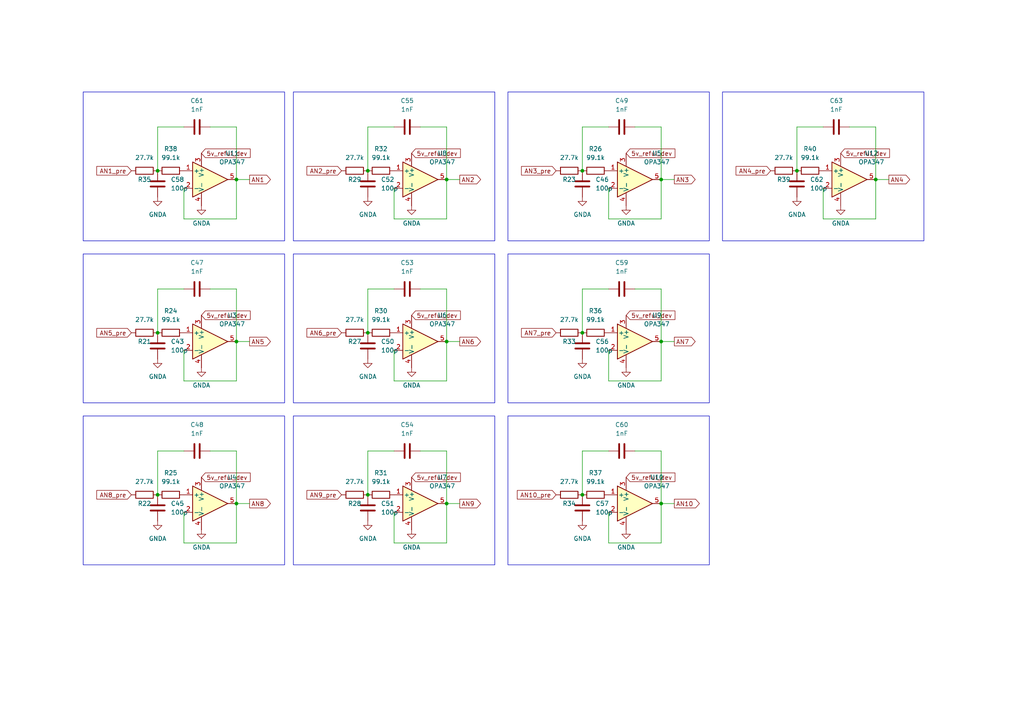
<source format=kicad_sch>
(kicad_sch (version 20230121) (generator eeschema)
  (paper "A4")
  (lib_symbols
    (symbol "Device:C" (pin_numbers hide) (pin_names (offset 0.254))
      (property "Reference" "C" (at 0.635 2.54 0))
      (property "Value" "C" (at 0.635 -2.54 0))
      (symbol "C_0_1"
        (polyline (pts (xy -2.032 -0.762) (xy 2.032 -0.762)) (stroke (width 0.508)))
        (polyline (pts (xy -2.032 0.762) (xy 2.032 0.762)) (stroke (width 0.508)))
      )
      (symbol "C_1_1"
        (pin passive line (at 0 3.81 270) (length 2.794) (name "~") (number "1"))
        (pin passive line (at 0 -3.81 90) (length 2.794) (name "~") (number "2"))
      )
    )
    (symbol "Device:R" (pin_numbers hide) (pin_names (offset 0))
      (property "Reference" "R" (at 2.032 0 90))
      (property "Value" "R" (at 0 0 90))
      (symbol "R_0_1"
        (rectangle (start -1.016 -2.54) (end 1.016 2.54) (stroke (width 0.254)))
      )
      (symbol "R_1_1"
        (pin passive line (at 0 3.81 270) (length 1.27) (name "~") (number "1"))
        (pin passive line (at 0 -3.81 90) (length 1.27) (name "~") (number "2"))
      )
    )
    (symbol "Simulation_SPICE:OPAMP" (pin_names (offset 0.254))
      (property "Reference" "U" (at 3.81 3.175 0))
      (property "Value" "${SIM.PARAMS}" (at 3.81 -3.175 0))
      (symbol "OPAMP_0_1"
        (polyline (pts (xy 5.08 0) (xy -5.08 5.08) (xy -5.08 -5.08) (xy 5.08 0)) (stroke (width 0.254)) (fill (type background)))
      )
      (symbol "OPAMP_1_1"
        (pin input line (at -7.62 2.54 0) (length 2.54) (name "+") (number "1"))
        (pin input line (at -7.62 -2.54 0) (length 2.54) (name "-") (number "2"))
        (pin power_in line (at -2.54 7.62 270) (length 3.81) (name "V+") (number "3"))
        (pin power_in line (at -2.54 -7.62 90) (length 3.81) (name "V-") (number "4"))
        (pin output line (at 7.62 0 180) (length 2.54) (name "~") (number "5"))
      )
    )
    (symbol "power:GNDA" (power) (pin_names (offset 0))
      (property "Value" "GNDA" (at 0 -3.81 0))
      (symbol "GNDA_0_1"
        (polyline (pts (xy 0 0) (xy 0 -1.27) (xy 1.27 -1.27) (xy 0 -2.54) (xy -1.27 -1.27) (xy 0 -1.27)))
      )
      (symbol "GNDA_1_1"
        (pin power_in line (at 0 0 270) (length 0) hide (name "GNDA") (number "1"))
      )
    )
  )
  (junction (at 168.91 96.52))
  (junction (at 231.14 49.53))
  (junction (at 106.68 96.52))
  (junction (at 68.58 99.06))
  (junction (at 191.77 146.05))
  (junction (at 45.72 49.53))
  (junction (at 191.77 52.07))
  (junction (at 106.68 49.53))
  (junction (at 129.54 146.05))
  (junction (at 129.54 52.07))
  (junction (at 168.91 143.51))
  (junction (at 129.54 99.06))
  (junction (at 45.72 96.52))
  (junction (at 168.91 49.53))
  (junction (at 45.72 143.51))
  (junction (at 191.77 99.06))
  (junction (at 106.68 143.51))
  (junction (at 68.58 146.05))
  (junction (at 254 52.07))
  (junction (at 68.58 52.07))
  (wire (pts (xy 53.34 63.5) (xy 68.58 63.5)))
  (wire (pts (xy 191.77 157.48) (xy 191.77 146.05)))
  (wire (pts (xy 68.58 36.83) (xy 68.58 52.07)))
  (wire (pts (xy 191.77 146.05) (xy 195.58 146.05)))
  (wire (pts (xy 121.92 83.82) (xy 129.54 83.82)))
  (wire (pts (xy 129.54 52.07) (xy 133.35 52.07)))
  (wire (pts (xy 114.3 157.48) (xy 129.54 157.48)))
  (wire (pts (xy 176.53 148.59) (xy 176.53 157.48)))
  (wire (pts (xy 68.58 63.5) (xy 68.58 52.07)))
  (wire (pts (xy 129.54 63.5) (xy 129.54 52.07)))
  (wire (pts (xy 106.68 83.82) (xy 106.68 96.52)))
  (wire (pts (xy 68.58 99.06) (xy 72.39 99.06)))
  (wire (pts (xy 53.34 148.59) (xy 53.34 157.48)))
  (wire (pts (xy 191.77 52.07) (xy 195.58 52.07)))
  (wire (pts (xy 254 63.5) (xy 254 52.07)))
  (wire (pts (xy 168.91 130.81) (xy 168.91 143.51)))
  (wire (pts (xy 176.53 130.81) (xy 168.91 130.81)))
  (wire (pts (xy 68.58 110.49) (xy 68.58 99.06)))
  (wire (pts (xy 176.53 101.6) (xy 176.53 110.49)))
  (wire (pts (xy 68.58 157.48) (xy 68.58 146.05)))
  (wire (pts (xy 114.3 36.83) (xy 106.68 36.83)))
  (wire (pts (xy 176.53 54.61) (xy 176.53 63.5)))
  (wire (pts (xy 68.58 83.82) (xy 68.58 99.06)))
  (wire (pts (xy 114.3 54.61) (xy 114.3 63.5)))
  (wire (pts (xy 68.58 130.81) (xy 68.58 146.05)))
  (wire (pts (xy 114.3 101.6) (xy 114.3 110.49)))
  (wire (pts (xy 129.54 130.81) (xy 129.54 146.05)))
  (wire (pts (xy 238.76 54.61) (xy 238.76 63.5)))
  (wire (pts (xy 176.53 157.48) (xy 191.77 157.48)))
  (wire (pts (xy 129.54 99.06) (xy 133.35 99.06)))
  (wire (pts (xy 114.3 130.81) (xy 106.68 130.81)))
  (wire (pts (xy 53.34 101.6) (xy 53.34 110.49)))
  (wire (pts (xy 68.58 146.05) (xy 72.39 146.05)))
  (wire (pts (xy 60.96 130.81) (xy 68.58 130.81)))
  (wire (pts (xy 129.54 83.82) (xy 129.54 99.06)))
  (wire (pts (xy 45.72 36.83) (xy 45.72 49.53)))
  (wire (pts (xy 168.91 83.82) (xy 168.91 96.52)))
  (wire (pts (xy 246.38 36.83) (xy 254 36.83)))
  (wire (pts (xy 191.77 83.82) (xy 191.77 99.06)))
  (wire (pts (xy 60.96 36.83) (xy 68.58 36.83)))
  (wire (pts (xy 191.77 99.06) (xy 195.58 99.06)))
  (wire (pts (xy 114.3 148.59) (xy 114.3 157.48)))
  (wire (pts (xy 129.54 36.83) (xy 129.54 52.07)))
  (wire (pts (xy 231.14 36.83) (xy 231.14 49.53)))
  (wire (pts (xy 45.72 130.81) (xy 45.72 143.51)))
  (wire (pts (xy 184.15 36.83) (xy 191.77 36.83)))
  (wire (pts (xy 129.54 157.48) (xy 129.54 146.05)))
  (wire (pts (xy 184.15 83.82) (xy 191.77 83.82)))
  (wire (pts (xy 106.68 130.81) (xy 106.68 143.51)))
  (wire (pts (xy 106.68 36.83) (xy 106.68 49.53)))
  (wire (pts (xy 168.91 36.83) (xy 168.91 49.53)))
  (wire (pts (xy 129.54 110.49) (xy 129.54 99.06)))
  (wire (pts (xy 191.77 36.83) (xy 191.77 52.07)))
  (wire (pts (xy 53.34 157.48) (xy 68.58 157.48)))
  (wire (pts (xy 129.54 146.05) (xy 133.35 146.05)))
  (wire (pts (xy 254 52.07) (xy 257.81 52.07)))
  (wire (pts (xy 176.53 110.49) (xy 191.77 110.49)))
  (wire (pts (xy 191.77 130.81) (xy 191.77 146.05)))
  (wire (pts (xy 68.58 52.07) (xy 72.39 52.07)))
  (wire (pts (xy 176.53 63.5) (xy 191.77 63.5)))
  (wire (pts (xy 114.3 63.5) (xy 129.54 63.5)))
  (wire (pts (xy 238.76 63.5) (xy 254 63.5)))
  (wire (pts (xy 114.3 83.82) (xy 106.68 83.82)))
  (wire (pts (xy 184.15 130.81) (xy 191.77 130.81)))
  (wire (pts (xy 45.72 83.82) (xy 45.72 96.52)))
  (wire (pts (xy 191.77 63.5) (xy 191.77 52.07)))
  (wire (pts (xy 238.76 36.83) (xy 231.14 36.83)))
  (wire (pts (xy 176.53 36.83) (xy 168.91 36.83)))
  (wire (pts (xy 121.92 130.81) (xy 129.54 130.81)))
  (wire (pts (xy 191.77 110.49) (xy 191.77 99.06)))
  (wire (pts (xy 121.92 36.83) (xy 129.54 36.83)))
  (wire (pts (xy 60.96 83.82) (xy 68.58 83.82)))
  (wire (pts (xy 53.34 83.82) (xy 45.72 83.82)))
  (wire (pts (xy 53.34 130.81) (xy 45.72 130.81)))
  (wire (pts (xy 53.34 36.83) (xy 45.72 36.83)))
  (wire (pts (xy 53.34 110.49) (xy 68.58 110.49)))
  (wire (pts (xy 254 36.83) (xy 254 52.07)))
  (wire (pts (xy 53.34 54.61) (xy 53.34 63.5)))
  (wire (pts (xy 114.3 110.49) (xy 129.54 110.49)))
  (wire (pts (xy 176.53 83.82) (xy 168.91 83.82)))
  (rectangle (start 147.32 26.67) (end 205.74 69.85))
  (rectangle (start 24.13 120.65) (end 82.55 163.83))
  (rectangle (start 85.09 73.66) (end 143.51 116.84))
  (rectangle (start 147.32 120.65) (end 205.74 163.83))
  (rectangle (start 85.09 26.67) (end 143.51 69.85))
  (rectangle (start 147.32 73.66) (end 205.74 116.84))
  (rectangle (start 209.55 26.67) (end 267.97 69.85))
  (rectangle (start 24.13 73.66) (end 82.55 116.84))
  (rectangle (start 24.13 26.67) (end 82.55 69.85))
  (rectangle (start 85.09 120.65) (end 143.51 163.83))
  (global_label "AN1_pre" (shape input) (at 38.1 49.53 180) (property "Intersheetrefs" "${INTERSHEET_REFS}" (effects hide)))
  (global_label "AN4" (shape output) (at 257.81 52.07 0) (property "Intersheetrefs" "${INTERSHEET_REFS}" (effects hide)))
  (global_label "AN2_pre" (shape input) (at 99.06 49.53 180) (property "Intersheetrefs" "${INTERSHEET_REFS}" (effects hide)))
  (global_label "5v_reful_dev" (shape input) (at 58.42 91.44 0) (property "Intersheetrefs" "${INTERSHEET_REFS}" (effects hide)))
  (global_label "AN5_pre" (shape input) (at 38.1 96.52 180) (property "Intersheetrefs" "${INTERSHEET_REFS}" (effects hide)))
  (global_label "5v_reful_dev" (shape input) (at 119.38 44.45 0) (property "Intersheetrefs" "${INTERSHEET_REFS}" (effects hide)))
  (global_label "AN1" (shape output) (at 72.39 52.07 0) (property "Intersheetrefs" "${INTERSHEET_REFS}" (effects hide)))
  (global_label "AN3_pre" (shape input) (at 161.29 49.53 180) (property "Intersheetrefs" "${INTERSHEET_REFS}" (effects hide)))
  (global_label "AN7_pre" (shape input) (at 161.29 96.52 180) (property "Intersheetrefs" "${INTERSHEET_REFS}" (effects hide)))
  (global_label "5v_reful_dev" (shape input) (at 181.61 91.44 0) (property "Intersheetrefs" "${INTERSHEET_REFS}" (effects hide)))
  (global_label "AN7" (shape output) (at 195.58 99.06 0) (property "Intersheetrefs" "${INTERSHEET_REFS}" (effects hide)))
  (global_label "AN8" (shape output) (at 72.39 146.05 0) (property "Intersheetrefs" "${INTERSHEET_REFS}" (effects hide)))
  (global_label "AN6_pre" (shape input) (at 99.06 96.52 180) (property "Intersheetrefs" "${INTERSHEET_REFS}" (effects hide)))
  (global_label "AN6" (shape output) (at 133.35 99.06 0) (property "Intersheetrefs" "${INTERSHEET_REFS}" (effects hide)))
  (global_label "AN2" (shape output) (at 133.35 52.07 0) (property "Intersheetrefs" "${INTERSHEET_REFS}" (effects hide)))
  (global_label "AN10_pre" (shape input) (at 161.29 143.51 180) (property "Intersheetrefs" "${INTERSHEET_REFS}" (effects hide)))
  (global_label "5v_reful_dev" (shape input) (at 181.61 44.45 0) (property "Intersheetrefs" "${INTERSHEET_REFS}" (effects hide)))
  (global_label "AN4_pre" (shape input) (at 223.52 49.53 180) (property "Intersheetrefs" "${INTERSHEET_REFS}" (effects hide)))
  (global_label "AN8_pre" (shape input) (at 38.1 143.51 180) (property "Intersheetrefs" "${INTERSHEET_REFS}" (effects hide)))
  (global_label "AN3" (shape output) (at 195.58 52.07 0) (property "Intersheetrefs" "${INTERSHEET_REFS}" (effects hide)))
  (global_label "5v_reful_dev" (shape input) (at 58.42 138.43 0) (property "Intersheetrefs" "${INTERSHEET_REFS}" (effects hide)))
  (global_label "AN9_pre" (shape input) (at 99.06 143.51 180) (property "Intersheetrefs" "${INTERSHEET_REFS}" (effects hide)))
  (global_label "5v_reful_dev" (shape input) (at 119.38 91.44 0) (property "Intersheetrefs" "${INTERSHEET_REFS}" (effects hide)))
  (global_label "5v_reful_dev" (shape input) (at 181.61 138.43 0) (property "Intersheetrefs" "${INTERSHEET_REFS}" (effects hide)))
  (global_label "5v_reful_dev" (shape input) (at 243.84 44.45 0) (property "Intersheetrefs" "${INTERSHEET_REFS}" (effects hide)))
  (global_label "AN10" (shape output) (at 195.58 146.05 0) (property "Intersheetrefs" "${INTERSHEET_REFS}" (effects hide)))
  (global_label "5v_reful_dev" (shape input) (at 119.38 138.43 0) (property "Intersheetrefs" "${INTERSHEET_REFS}" (effects hide)))
  (global_label "5v_reful_dev" (shape input) (at 58.42 44.45 0) (property "Intersheetrefs" "${INTERSHEET_REFS}" (effects hide)))
  (global_label "AN9" (shape output) (at 133.35 146.05 0) (property "Intersheetrefs" "${INTERSHEET_REFS}" (effects hide)))
  (global_label "AN5" (shape output) (at 72.39 99.06 0) (property "Intersheetrefs" "${INTERSHEET_REFS}" (effects hide)))
  (symbol (lib_id "Simulation_SPICE:OPAMP") (at 184.15 146.05 0) (unit 1)
    (property "Reference" "U10" (at 190.5 138.43 0))
    (property "Value" "OPA347" (at 190.5 140.97 0))
    (property "Footprint" "Package_TO_SOT_SMD:SOT-23-5" (effects hide))
    (property "Sim.Pins" "1=in+ 2=in- 3=vcc 4=vee 5=out" (effects hide))
    (property "Sim.Device" "SUBCKT" (effects hide))
    (property "Sim.Library" "${KICAD7_SYMBOL_DIR}/Simulation_SPICE.sp" (effects hide))
    (property "Sim.Name" "kicad_builtin_opamp" (effects hide))
  )
  (symbol (lib_id "Device:R") (at 165.1 96.52 90) (unit 1)
    (property "Reference" "R33" (at 165.1 99.06 90))
    (property "Value" "27.7k" (at 165.1 92.71 90))
    (property "Footprint" "Resistor_SMD:R_0402_1005Metric" (effects hide))
  )
  (symbol (lib_id "power:GNDA") (at 243.84 59.69 0) (unit 1)
    (property "Reference" "#PWR090" (effects hide))
    (property "Value" "GNDA" (at 243.84 64.77 0))
  )
  (symbol (lib_id "power:GNDA") (at 119.38 106.68 0) (unit 1)
    (property "Reference" "#PWR080" (effects hide))
    (property "Value" "GNDA" (at 119.38 111.76 0))
  )
  (symbol (lib_id "power:GNDA") (at 106.68 151.13 0) (unit 1)
    (property "Reference" "#PWR078" (effects hide))
    (property "Value" "GNDA" (at 106.68 156.21 0))
  )
  (symbol (lib_id "Device:C") (at 168.91 147.32 0) (unit 1)
    (property "Reference" "C57" (at 172.72 146.05 0) (effects (justify left)))
    (property "Value" "100p" (at 172.72 148.59 0) (effects (justify left)))
    (property "Footprint" "Capacitor_SMD:C_0402_1005Metric" (effects hide))
  )
  (symbol (lib_id "Simulation_SPICE:OPAMP") (at 60.96 146.05 0) (unit 1)
    (property "Reference" "U4" (at 67.31 138.43 0))
    (property "Value" "OPA347" (at 67.31 140.97 0))
    (property "Footprint" "Package_TO_SOT_SMD:SOT-23-5" (effects hide))
    (property "Sim.Pins" "1=in+ 2=in- 3=vcc 4=vee 5=out" (effects hide))
    (property "Sim.Device" "SUBCKT" (effects hide))
    (property "Sim.Library" "${KICAD7_SYMBOL_DIR}/Simulation_SPICE.sp" (effects hide))
    (property "Sim.Name" "kicad_builtin_opamp" (effects hide))
  )
  (symbol (lib_id "power:GNDA") (at 168.91 104.14 0) (unit 1)
    (property "Reference" "#PWR083" (effects hide))
    (property "Value" "GNDA" (at 168.91 109.22 0))
  )
  (symbol (lib_id "Simulation_SPICE:OPAMP") (at 121.92 99.06 0) (unit 1)
    (property "Reference" "U6" (at 128.27 91.44 0))
    (property "Value" "OPA347" (at 128.27 93.98 0))
    (property "Footprint" "Package_TO_SOT_SMD:SOT-23-5" (effects hide))
    (property "Sim.Pins" "1=in+ 2=in- 3=vcc 4=vee 5=out" (effects hide))
    (property "Sim.Device" "SUBCKT" (effects hide))
    (property "Sim.Library" "${KICAD7_SYMBOL_DIR}/Simulation_SPICE.sp" (effects hide))
    (property "Sim.Name" "kicad_builtin_opamp" (effects hide))
  )
  (symbol (lib_id "Device:C") (at 106.68 53.34 0) (unit 1)
    (property "Reference" "C52" (at 110.49 52.07 0) (effects (justify left)))
    (property "Value" "100p" (at 110.49 54.61 0) (effects (justify left)))
    (property "Footprint" "Capacitor_SMD:C_0402_1005Metric" (effects hide))
  )
  (symbol (lib_id "power:GNDA") (at 119.38 153.67 0) (unit 1)
    (property "Reference" "#PWR081" (effects hide))
    (property "Value" "GNDA" (at 119.38 158.75 0))
  )
  (symbol (lib_id "Device:C") (at 180.34 36.83 90) (unit 1)
    (property "Reference" "C49" (at 180.34 29.21 90))
    (property "Value" "1nF" (at 180.34 31.75 90))
    (property "Footprint" "Capacitor_SMD:C_0402_1005Metric" (effects hide))
  )
  (symbol (lib_id "power:GNDA") (at 181.61 59.69 0) (unit 1)
    (property "Reference" "#PWR076" (effects hide))
    (property "Value" "GNDA" (at 181.61 64.77 0))
  )
  (symbol (lib_id "Device:R") (at 102.87 96.52 90) (unit 1)
    (property "Reference" "R27" (at 102.87 99.06 90))
    (property "Value" "27.7k" (at 102.87 92.71 90))
    (property "Footprint" "Resistor_SMD:R_0402_1005Metric" (effects hide))
  )
  (symbol (lib_id "Device:C") (at 118.11 36.83 90) (unit 1)
    (property "Reference" "C55" (at 118.11 29.21 90))
    (property "Value" "1nF" (at 118.11 31.75 90))
    (property "Footprint" "Capacitor_SMD:C_0402_1005Metric" (effects hide))
  )
  (symbol (lib_id "Device:C") (at 242.57 36.83 90) (unit 1)
    (property "Reference" "C63" (at 242.57 29.21 90))
    (property "Value" "1nF" (at 242.57 31.75 90))
    (property "Footprint" "Capacitor_SMD:C_0402_1005Metric" (effects hide))
  )
  (symbol (lib_id "power:GNDA") (at 181.61 106.68 0) (unit 1)
    (property "Reference" "#PWR086" (effects hide))
    (property "Value" "GNDA" (at 181.61 111.76 0))
  )
  (symbol (lib_id "Simulation_SPICE:OPAMP") (at 121.92 52.07 0) (unit 1)
    (property "Reference" "U8" (at 128.27 44.45 0))
    (property "Value" "OPA347" (at 128.27 46.99 0))
    (property "Footprint" "Package_TO_SOT_SMD:SOT-23-5" (effects hide))
    (property "Sim.Pins" "1=in+ 2=in- 3=vcc 4=vee 5=out" (effects hide))
    (property "Sim.Device" "SUBCKT" (effects hide))
    (property "Sim.Library" "${KICAD7_SYMBOL_DIR}/Simulation_SPICE.sp" (effects hide))
    (property "Sim.Name" "kicad_builtin_opamp" (effects hide))
  )
  (symbol (lib_id "Simulation_SPICE:OPAMP") (at 184.15 99.06 0) (unit 1)
    (property "Reference" "U9" (at 190.5 91.44 0))
    (property "Value" "OPA347" (at 190.5 93.98 0))
    (property "Footprint" "Package_TO_SOT_SMD:SOT-23-5" (effects hide))
    (property "Sim.Pins" "1=in+ 2=in- 3=vcc 4=vee 5=out" (effects hide))
    (property "Sim.Device" "SUBCKT" (effects hide))
    (property "Sim.Library" "${KICAD7_SYMBOL_DIR}/Simulation_SPICE.sp" (effects hide))
    (property "Sim.Name" "kicad_builtin_opamp" (effects hide))
  )
  (symbol (lib_id "Device:C") (at 45.72 53.34 0) (unit 1)
    (property "Reference" "C58" (at 49.53 52.07 0) (effects (justify left)))
    (property "Value" "100p" (at 49.53 54.61 0) (effects (justify left)))
    (property "Footprint" "Capacitor_SMD:C_0402_1005Metric" (effects hide))
  )
  (symbol (lib_id "Device:R") (at 172.72 96.52 90) (unit 1)
    (property "Reference" "R36" (at 172.72 90.17 90))
    (property "Value" "99.1k" (at 172.72 92.71 90))
    (property "Footprint" "Resistor_SMD:R_0402_1005Metric" (effects hide))
  )
  (symbol (lib_id "Device:C") (at 118.11 83.82 90) (unit 1)
    (property "Reference" "C53" (at 118.11 76.2 90))
    (property "Value" "1nF" (at 118.11 78.74 90))
    (property "Footprint" "Capacitor_SMD:C_0402_1005Metric" (effects hide))
  )
  (symbol (lib_id "Device:C") (at 57.15 83.82 90) (unit 1)
    (property "Reference" "C47" (at 57.15 76.2 90))
    (property "Value" "1nF" (at 57.15 78.74 90))
    (property "Footprint" "Capacitor_SMD:C_0402_1005Metric" (effects hide))
  )
  (symbol (lib_id "power:GNDA") (at 231.14 57.15 0) (unit 1)
    (property "Reference" "#PWR089" (effects hide))
    (property "Value" "GNDA" (at 231.14 62.23 0))
  )
  (symbol (lib_id "Device:C") (at 45.72 147.32 0) (unit 1)
    (property "Reference" "C45" (at 49.53 146.05 0) (effects (justify left)))
    (property "Value" "100p" (at 49.53 148.59 0) (effects (justify left)))
    (property "Footprint" "Capacitor_SMD:C_0402_1005Metric" (effects hide))
  )
  (symbol (lib_id "power:GNDA") (at 45.72 151.13 0) (unit 1)
    (property "Reference" "#PWR072" (effects hide))
    (property "Value" "GNDA" (at 45.72 156.21 0))
  )
  (symbol (lib_id "Simulation_SPICE:OPAMP") (at 121.92 146.05 0) (unit 1)
    (property "Reference" "U7" (at 128.27 138.43 0))
    (property "Value" "OPA347" (at 128.27 140.97 0))
    (property "Footprint" "Package_TO_SOT_SMD:SOT-23-5" (effects hide))
    (property "Sim.Pins" "1=in+ 2=in- 3=vcc 4=vee 5=out" (effects hide))
    (property "Sim.Device" "SUBCKT" (effects hide))
    (property "Sim.Library" "${KICAD7_SYMBOL_DIR}/Simulation_SPICE.sp" (effects hide))
    (property "Sim.Name" "kicad_builtin_opamp" (effects hide))
  )
  (symbol (lib_id "Simulation_SPICE:OPAMP") (at 60.96 52.07 0) (unit 1)
    (property "Reference" "U11" (at 67.31 44.45 0))
    (property "Value" "OPA347" (at 67.31 46.99 0))
    (property "Footprint" "Package_TO_SOT_SMD:SOT-23-5" (effects hide))
    (property "Sim.Pins" "1=in+ 2=in- 3=vcc 4=vee 5=out" (effects hide))
    (property "Sim.Device" "SUBCKT" (effects hide))
    (property "Sim.Library" "${KICAD7_SYMBOL_DIR}/Simulation_SPICE.sp" (effects hide))
    (property "Sim.Name" "kicad_builtin_opamp" (effects hide))
  )
  (symbol (lib_id "Device:R") (at 41.91 96.52 90) (unit 1)
    (property "Reference" "R21" (at 41.91 99.06 90))
    (property "Value" "27.7k" (at 41.91 92.71 90))
    (property "Footprint" "Resistor_SMD:R_0402_1005Metric" (effects hide))
  )
  (symbol (lib_id "power:GNDA") (at 58.42 153.67 0) (unit 1)
    (property "Reference" "#PWR075" (effects hide))
    (property "Value" "GNDA" (at 58.42 158.75 0))
  )
  (symbol (lib_id "Device:R") (at 165.1 49.53 90) (unit 1)
    (property "Reference" "R23" (at 165.1 52.07 90))
    (property "Value" "27.7k" (at 165.1 45.72 90))
    (property "Footprint" "Resistor_SMD:R_0402_1005Metric" (effects hide))
  )
  (symbol (lib_id "Device:C") (at 45.72 100.33 0) (unit 1)
    (property "Reference" "C43" (at 49.53 99.06 0) (effects (justify left)))
    (property "Value" "100p" (at 49.53 101.6 0) (effects (justify left)))
    (property "Footprint" "Capacitor_SMD:C_0402_1005Metric" (effects hide))
  )
  (symbol (lib_id "Device:R") (at 165.1 143.51 90) (unit 1)
    (property "Reference" "R34" (at 165.1 146.05 90))
    (property "Value" "27.7k" (at 165.1 139.7 90))
    (property "Footprint" "Resistor_SMD:R_0402_1005Metric" (effects hide))
  )
  (symbol (lib_id "Device:R") (at 110.49 96.52 90) (unit 1)
    (property "Reference" "R30" (at 110.49 90.17 90))
    (property "Value" "99.1k" (at 110.49 92.71 90))
    (property "Footprint" "Resistor_SMD:R_0402_1005Metric" (effects hide))
  )
  (symbol (lib_id "Device:R") (at 49.53 96.52 90) (unit 1)
    (property "Reference" "R24" (at 49.53 90.17 90))
    (property "Value" "99.1k" (at 49.53 92.71 90))
    (property "Footprint" "Resistor_SMD:R_0402_1005Metric" (effects hide))
  )
  (symbol (lib_id "Device:R") (at 234.95 49.53 90) (unit 1)
    (property "Reference" "R40" (at 234.95 43.18 90))
    (property "Value" "99.1k" (at 234.95 45.72 90))
    (property "Footprint" "Resistor_SMD:R_0402_1005Metric" (effects hide))
  )
  (symbol (lib_id "power:GNDA") (at 168.91 151.13 0) (unit 1)
    (property "Reference" "#PWR084" (effects hide))
    (property "Value" "GNDA" (at 168.91 156.21 0))
  )
  (symbol (lib_id "power:GNDA") (at 106.68 57.15 0) (unit 1)
    (property "Reference" "#PWR079" (effects hide))
    (property "Value" "GNDA" (at 106.68 62.23 0))
  )
  (symbol (lib_id "Device:R") (at 49.53 143.51 90) (unit 1)
    (property "Reference" "R25" (at 49.53 137.16 90))
    (property "Value" "99.1k" (at 49.53 139.7 90))
    (property "Footprint" "Resistor_SMD:R_0402_1005Metric" (effects hide))
  )
  (symbol (lib_id "power:GNDA") (at 58.42 106.68 0) (unit 1)
    (property "Reference" "#PWR074" (effects hide))
    (property "Value" "GNDA" (at 58.42 111.76 0))
  )
  (symbol (lib_id "power:GNDA") (at 181.61 153.67 0) (unit 1)
    (property "Reference" "#PWR087" (effects hide))
    (property "Value" "GNDA" (at 181.61 158.75 0))
  )
  (symbol (lib_id "Device:C") (at 168.91 53.34 0) (unit 1)
    (property "Reference" "C46" (at 172.72 52.07 0) (effects (justify left)))
    (property "Value" "100p" (at 172.72 54.61 0) (effects (justify left)))
    (property "Footprint" "Capacitor_SMD:C_0402_1005Metric" (effects hide))
  )
  (symbol (lib_id "Device:R") (at 49.53 49.53 90) (unit 1)
    (property "Reference" "R38" (at 49.53 43.18 90))
    (property "Value" "99.1k" (at 49.53 45.72 90))
    (property "Footprint" "Resistor_SMD:R_0402_1005Metric" (effects hide))
  )
  (symbol (lib_id "Device:R") (at 102.87 49.53 90) (unit 1)
    (property "Reference" "R29" (at 102.87 52.07 90))
    (property "Value" "27.7k" (at 102.87 45.72 90))
    (property "Footprint" "Resistor_SMD:R_0402_1005Metric" (effects hide))
  )
  (symbol (lib_id "Device:R") (at 102.87 143.51 90) (unit 1)
    (property "Reference" "R28" (at 102.87 146.05 90))
    (property "Value" "27.7k" (at 102.87 139.7 90))
    (property "Footprint" "Resistor_SMD:R_0402_1005Metric" (effects hide))
  )
  (symbol (lib_id "Simulation_SPICE:OPAMP") (at 246.38 52.07 0) (unit 1)
    (property "Reference" "U12" (at 252.73 44.45 0))
    (property "Value" "OPA347" (at 252.73 46.99 0))
    (property "Footprint" "Package_TO_SOT_SMD:SOT-23-5" (effects hide))
    (property "Sim.Pins" "1=in+ 2=in- 3=vcc 4=vee 5=out" (effects hide))
    (property "Sim.Device" "SUBCKT" (effects hide))
    (property "Sim.Library" "${KICAD7_SYMBOL_DIR}/Simulation_SPICE.sp" (effects hide))
    (property "Sim.Name" "kicad_builtin_opamp" (effects hide))
  )
  (symbol (lib_id "Device:C") (at 106.68 147.32 0) (unit 1)
    (property "Reference" "C51" (at 110.49 146.05 0) (effects (justify left)))
    (property "Value" "100p" (at 110.49 148.59 0) (effects (justify left)))
    (property "Footprint" "Capacitor_SMD:C_0402_1005Metric" (effects hide))
  )
  (symbol (lib_id "power:GNDA") (at 45.72 57.15 0) (unit 1)
    (property "Reference" "#PWR085" (effects hide))
    (property "Value" "GNDA" (at 45.72 62.23 0))
  )
  (symbol (lib_id "power:GNDA") (at 119.38 59.69 0) (unit 1)
    (property "Reference" "#PWR082" (effects hide))
    (property "Value" "GNDA" (at 119.38 64.77 0))
  )
  (symbol (lib_id "Device:R") (at 41.91 49.53 90) (unit 1)
    (property "Reference" "R35" (at 41.91 52.07 90))
    (property "Value" "27.7k" (at 41.91 45.72 90))
    (property "Footprint" "Resistor_SMD:R_0402_1005Metric" (effects hide))
  )
  (symbol (lib_id "Simulation_SPICE:OPAMP") (at 60.96 99.06 0) (unit 1)
    (property "Reference" "U3" (at 67.31 91.44 0))
    (property "Value" "OPA347" (at 67.31 93.98 0))
    (property "Footprint" "Package_TO_SOT_SMD:SOT-23-5" (effects hide))
    (property "Sim.Pins" "1=in+ 2=in- 3=vcc 4=vee 5=out" (effects hide))
    (property "Sim.Device" "SUBCKT" (effects hide))
    (property "Sim.Library" "${KICAD7_SYMBOL_DIR}/Simulation_SPICE.sp" (effects hide))
    (property "Sim.Name" "kicad_builtin_opamp" (effects hide))
  )
  (symbol (lib_id "Device:C") (at 180.34 83.82 90) (unit 1)
    (property "Reference" "C59" (at 180.34 76.2 90))
    (property "Value" "1nF" (at 180.34 78.74 90))
    (property "Footprint" "Capacitor_SMD:C_0402_1005Metric" (effects hide))
  )
  (symbol (lib_id "Device:C") (at 231.14 53.34 0) (unit 1)
    (property "Reference" "C62" (at 234.95 52.07 0) (effects (justify left)))
    (property "Value" "100p" (at 234.95 54.61 0) (effects (justify left)))
    (property "Footprint" "Capacitor_SMD:C_0402_1005Metric" (effects hide))
  )
  (symbol (lib_id "Device:R") (at 110.49 143.51 90) (unit 1)
    (property "Reference" "R31" (at 110.49 137.16 90))
    (property "Value" "99.1k" (at 110.49 139.7 90))
    (property "Footprint" "Resistor_SMD:R_0402_1005Metric" (effects hide))
  )
  (symbol (lib_id "Device:R") (at 172.72 49.53 90) (unit 1)
    (property "Reference" "R26" (at 172.72 43.18 90))
    (property "Value" "99.1k" (at 172.72 45.72 90))
    (property "Footprint" "Resistor_SMD:R_0402_1005Metric" (effects hide))
  )
  (symbol (lib_id "power:GNDA") (at 58.42 59.69 0) (unit 1)
    (property "Reference" "#PWR088" (effects hide))
    (property "Value" "GNDA" (at 58.42 64.77 0))
  )
  (symbol (lib_id "Device:R") (at 227.33 49.53 90) (unit 1)
    (property "Reference" "R39" (at 227.33 52.07 90))
    (property "Value" "27.7k" (at 227.33 45.72 90))
    (property "Footprint" "Resistor_SMD:R_0402_1005Metric" (effects hide))
  )
  (symbol (lib_id "Device:C") (at 118.11 130.81 90) (unit 1)
    (property "Reference" "C54" (at 118.11 123.19 90))
    (property "Value" "1nF" (at 118.11 125.73 90))
    (property "Footprint" "Capacitor_SMD:C_0402_1005Metric" (effects hide))
  )
  (symbol (lib_id "Device:C") (at 168.91 100.33 0) (unit 1)
    (property "Reference" "C56" (at 172.72 99.06 0) (effects (justify left)))
    (property "Value" "100p" (at 172.72 101.6 0) (effects (justify left)))
    (property "Footprint" "Capacitor_SMD:C_0402_1005Metric" (effects hide))
  )
  (symbol (lib_id "power:GNDA") (at 45.72 104.14 0) (unit 1)
    (property "Reference" "#PWR071" (effects hide))
    (property "Value" "GNDA" (at 45.72 109.22 0))
  )
  (symbol (lib_id "Device:R") (at 41.91 143.51 90) (unit 1)
    (property "Reference" "R22" (at 41.91 146.05 90))
    (property "Value" "27.7k" (at 41.91 139.7 90))
    (property "Footprint" "Resistor_SMD:R_0402_1005Metric" (effects hide))
  )
  (symbol (lib_id "power:GNDA") (at 168.91 57.15 0) (unit 1)
    (property "Reference" "#PWR073" (effects hide))
    (property "Value" "GNDA" (at 168.91 62.23 0))
  )
  (symbol (lib_id "power:GNDA") (at 106.68 104.14 0) (unit 1)
    (property "Reference" "#PWR077" (effects hide))
    (property "Value" "GNDA" (at 106.68 109.22 0))
  )
  (symbol (lib_id "Device:C") (at 57.15 130.81 90) (unit 1)
    (property "Reference" "C48" (at 57.15 123.19 90))
    (property "Value" "1nF" (at 57.15 125.73 90))
    (property "Footprint" "Capacitor_SMD:C_0402_1005Metric" (effects hide))
  )
  (symbol (lib_id "Device:R") (at 110.49 49.53 90) (unit 1)
    (property "Reference" "R32" (at 110.49 43.18 90))
    (property "Value" "99.1k" (at 110.49 45.72 90))
    (property "Footprint" "Resistor_SMD:R_0402_1005Metric" (effects hide))
  )
  (symbol (lib_id "Device:C") (at 57.15 36.83 90) (unit 1)
    (property "Reference" "C61" (at 57.15 29.21 90))
    (property "Value" "1nF" (at 57.15 31.75 90))
    (property "Footprint" "Capacitor_SMD:C_0402_1005Metric" (effects hide))
  )
  (symbol (lib_id "Simulation_SPICE:OPAMP") (at 184.15 52.07 0) (unit 1)
    (property "Reference" "U5" (at 190.5 44.45 0))
    (property "Value" "OPA347" (at 190.5 46.99 0))
    (property "Footprint" "Package_TO_SOT_SMD:SOT-23-5" (effects hide))
    (property "Sim.Pins" "1=in+ 2=in- 3=vcc 4=vee 5=out" (effects hide))
    (property "Sim.Device" "SUBCKT" (effects hide))
    (property "Sim.Library" "${KICAD7_SYMBOL_DIR}/Simulation_SPICE.sp" (effects hide))
    (property "Sim.Name" "kicad_builtin_opamp" (effects hide))
  )
  (symbol (lib_id "Device:R") (at 172.72 143.51 90) (unit 1)
    (property "Reference" "R37" (at 172.72 137.16 90))
    (property "Value" "99.1k" (at 172.72 139.7 90))
    (property "Footprint" "Resistor_SMD:R_0402_1005Metric" (effects hide))
  )
  (symbol (lib_id "Device:C") (at 106.68 100.33 0) (unit 1)
    (property "Reference" "C50" (at 110.49 99.06 0) (effects (justify left)))
    (property "Value" "100p" (at 110.49 101.6 0) (effects (justify left)))
    (property "Footprint" "Capacitor_SMD:C_0402_1005Metric" (effects hide))
  )
  (symbol (lib_id "Device:C") (at 180.34 130.81 90) (unit 1)
    (property "Reference" "C60" (at 180.34 123.19 90))
    (property "Value" "1nF" (at 180.34 125.73 90))
    (property "Footprint" "Capacitor_SMD:C_0402_1005Metric" (effects hide))
  )
)
</source>
